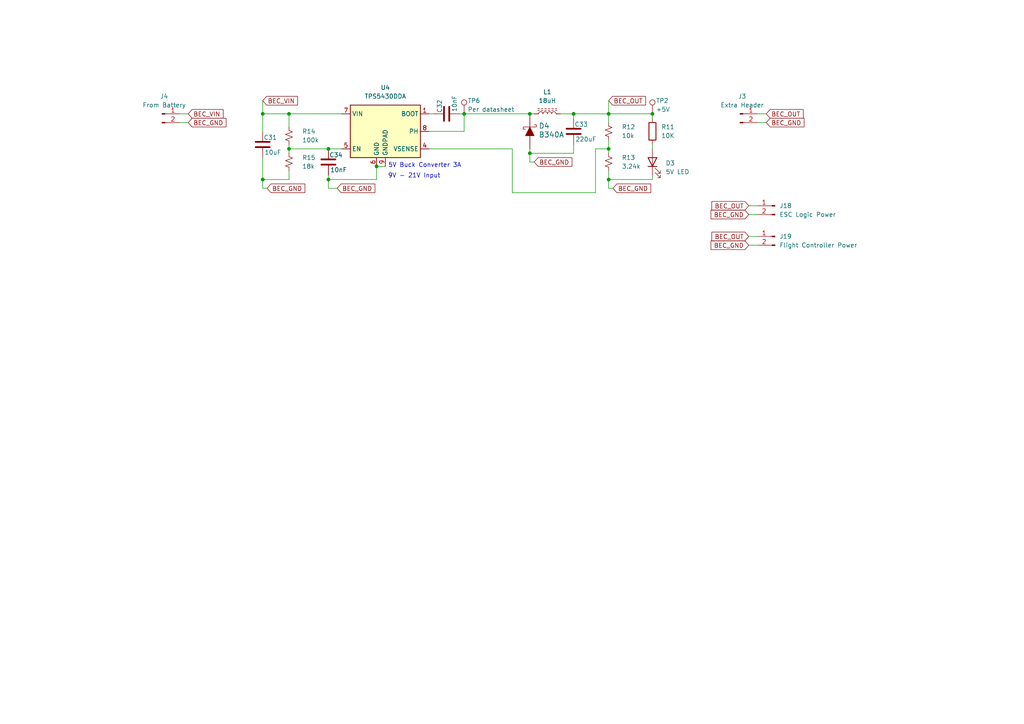
<source format=kicad_sch>
(kicad_sch (version 20250114) (generator "eeschema") (generator_version "9.0")
  (paper "A4")
  (lib_symbols
    (symbol "Connector:Conn_01x02_Pin" (pin_names (offset 1.016) (hide yes))
      (property "Reference" "J" (at 0 2.54 0))
      (property "Value" "Conn_01x02_Pin" (at 0 -5.08 0))
      (symbol "Conn_01x02_Pin_1_1"
        (rectangle (start 0.8636 0.127) (end 0 -0.127) (stroke (width 0.1524)) (fill (type outline)))
        (rectangle (start 0.8636 -2.413) (end 0 -2.667) (stroke (width 0.1524)) (fill (type outline)))
        (polyline (pts (xy 1.27 0) (xy 0.8636 0)) (stroke (width 0.1524)))
        (polyline (pts (xy 1.27 -2.54) (xy 0.8636 -2.54)) (stroke (width 0.1524)))
        (pin passive line (at 5.08 0 180) (length 3.81) (name "Pin_1") (number "1"))
        (pin passive line (at 5.08 -2.54 180) (length 3.81) (name "Pin_2") (number "2"))
      )
    )
    (symbol "Connector:TestPoint" (pin_numbers (hide yes)) (pin_names (offset 0.762) (hide yes))
      (property "Reference" "TP" (at 0 6.858 0))
      (property "Value" "TestPoint" (at 0 5.08 0))
      (symbol "TestPoint_0_1"
        (circle (center 0 3.302) (radius 0.762))
      )
      (symbol "TestPoint_1_1"
        (pin passive line (at 0 0 90) (length 2.54) (name "1") (number "1"))
      )
    )
    (symbol "Device:C" (pin_numbers (hide yes)) (pin_names (offset 0.254))
      (property "Reference" "C" (at 0.635 2.54 0))
      (property "Value" "C" (at 0.635 -2.54 0))
      (symbol "C_0_1"
        (polyline (pts (xy -2.032 0.762) (xy 2.032 0.762)) (stroke (width 0.508)))
        (polyline (pts (xy -2.032 -0.762) (xy 2.032 -0.762)) (stroke (width 0.508)))
      )
      (symbol "C_1_1"
        (pin passive line (at 0 3.81 270) (length 2.794) (name "~") (number "1"))
        (pin passive line (at 0 -3.81 90) (length 2.794) (name "~") (number "2"))
      )
    )
    (symbol "Device:LED" (pin_numbers (hide yes)) (pin_names (offset 1.016) (hide yes))
      (property "Reference" "D" (at 0 2.54 0))
      (property "Value" "LED" (at 0 -2.54 0))
      (symbol "LED_0_1"
        (polyline (pts (xy -3.048 -0.762) (xy -4.572 -2.286) (xy -3.81 -2.286) (xy -4.572 -2.286) (xy -4.572 -1.524)))
        (polyline (pts (xy -1.778 -0.762) (xy -3.302 -2.286) (xy -2.54 -2.286) (xy -3.302 -2.286) (xy -3.302 -1.524)))
        (polyline (pts (xy -1.27 0) (xy 1.27 0)))
        (polyline (pts (xy -1.27 -1.27) (xy -1.27 1.27)) (stroke (width 0.254)))
        (polyline (pts (xy 1.27 -1.27) (xy 1.27 1.27) (xy -1.27 0) (xy 1.27 -1.27)) (stroke (width 0.254)))
      )
      (symbol "LED_1_1"
        (pin passive line (at -3.81 0 0) (length 2.54) (name "K") (number "1"))
        (pin passive line (at 3.81 0 180) (length 2.54) (name "A") (number "2"))
      )
    )
    (symbol "Device:L_Ferrite" (pin_numbers (hide yes)) (pin_names (offset 1.016) (hide yes))
      (property "Reference" "L" (at -1.27 0 90))
      (property "Value" "L_Ferrite" (at 2.794 0 90))
      (symbol "L_Ferrite_0_1"
        (arc (start 0 2.54) (mid 0.6323 1.905) (end 0 1.27))
        (arc (start 0 1.27) (mid 0.6323 0.635) (end 0 0))
        (arc (start 0 0) (mid 0.6323 -0.635) (end 0 -1.27))
        (arc (start 0 -1.27) (mid 0.6323 -1.905) (end 0 -2.54))
        (polyline (pts (xy 1.016 2.286) (xy 1.016 2.794)))
        (polyline (pts (xy 1.016 1.27) (xy 1.016 1.778)))
        (polyline (pts (xy 1.016 0.254) (xy 1.016 0.762)))
        (polyline (pts (xy 1.016 -0.762) (xy 1.016 -0.254)))
        (polyline (pts (xy 1.016 -1.778) (xy 1.016 -1.27)))
        (polyline (pts (xy 1.016 -2.794) (xy 1.016 -2.286)))
        (polyline (pts (xy 1.524 2.794) (xy 1.524 2.286)))
        (polyline (pts (xy 1.524 1.778) (xy 1.524 1.27)))
        (polyline (pts (xy 1.524 0.762) (xy 1.524 0.254)))
        (polyline (pts (xy 1.524 -0.254) (xy 1.524 -0.762)))
        (polyline (pts (xy 1.524 -1.27) (xy 1.524 -1.778)))
        (polyline (pts (xy 1.524 -2.286) (xy 1.524 -2.794)))
      )
      (symbol "L_Ferrite_1_1"
        (pin passive line (at 0 3.81 270) (length 1.27) (name "1") (number "1"))
        (pin passive line (at 0 -3.81 90) (length 1.27) (name "2") (number "2"))
      )
    )
    (symbol "Device:R" (pin_numbers (hide yes)) (pin_names (offset 0))
      (property "Reference" "R" (at 2.032 0 90))
      (property "Value" "R" (at 0 0 90))
      (symbol "R_0_1"
        (rectangle (start -1.016 -2.54) (end 1.016 2.54) (stroke (width 0.254)))
      )
      (symbol "R_1_1"
        (pin passive line (at 0 3.81 270) (length 1.27) (name "~") (number "1"))
        (pin passive line (at 0 -3.81 90) (length 1.27) (name "~") (number "2"))
      )
    )
    (symbol "Device:R_Small_US" (pin_numbers (hide yes)) (pin_names (offset 0.254) (hide yes))
      (property "Reference" "R" (at 0.762 0.508 0))
      (property "Value" "R_Small_US" (at 0.762 -1.016 0))
      (symbol "R_Small_US_1_1"
        (polyline (pts (xy 0 1.524) (xy 1.016 1.143) (xy 0 0.762) (xy -1.016 0.381) (xy 0 0)))
        (polyline (pts (xy 0 0) (xy 1.016 -0.381) (xy 0 -0.762) (xy -1.016 -1.143) (xy 0 -1.524)))
        (pin passive line (at 0 2.54 270) (length 1.016) (name "~") (number "1"))
        (pin passive line (at 0 -2.54 90) (length 1.016) (name "~") (number "2"))
      )
    )
    (symbol "Regulator_Switching:TPS5430DDA"
      (property "Reference" "U" (at -10.16 8.89 0))
      (property "Value" "TPS5430DDA" (at -1.27 8.89 0))
      (symbol "TPS5430DDA_0_1"
        (rectangle (start -10.16 7.62) (end 10.16 -7.62) (stroke (width 0.254)) (fill (type background)))
      )
      (symbol "TPS5430DDA_1_1"
        (pin power_in line (at -12.7 5.08 0) (length 2.54) (name "VIN") (number "7"))
        (pin input line (at -12.7 -5.08 0) (length 2.54) (name "EN") (number "5"))
        (pin no_connect line (at -10.16 2.54 0) (length 2.54) (hide yes) (name "NC") (number "2"))
        (pin no_connect line (at -10.16 -2.54 0) (length 2.54) (hide yes) (name "NC") (number "3"))
        (pin power_in line (at -2.54 -10.16 90) (length 2.54) (name "GND") (number "6"))
        (pin power_in line (at 0 -10.16 90) (length 2.54) (name "GNDPAD") (number "9"))
        (pin input line (at 12.7 5.08 180) (length 2.54) (name "BOOT") (number "1"))
        (pin output line (at 12.7 0 180) (length 2.54) (name "PH") (number "8"))
        (pin input line (at 12.7 -5.08 180) (length 2.54) (name "VSENSE") (number "4"))
      )
    )
    (symbol "dk_Diodes-Rectifiers-Single:B340A-13-F" (pin_numbers (hide yes)) (pin_names (offset 0) (hide yes))
      (property "Reference" "D" (at 0 2.54 0))
      (property "Value" "B340A-13-F" (at 0 -3.81 0))
      (symbol "B340A-13-F_0_1"
        (polyline (pts (xy -1.27 1.27) (xy -1.27 -1.27) (xy 1.27 0) (xy -1.27 1.27)) (fill (type outline)))
        (polyline (pts (xy 1.27 1.27) (xy 1.27 -1.27)))
        (polyline (pts (xy 1.27 1.27) (xy 1.27 1.905) (xy 0.635 1.905) (xy 0.635 1.27)))
        (polyline (pts (xy 1.27 -1.27) (xy 1.27 -1.905) (xy 1.905 -1.905) (xy 1.905 -1.27)))
      )
      (symbol "B340A-13-F_1_1"
        (pin passive line (at -5.08 0 0) (length 3.81) (name "~") (number "A"))
        (pin passive line (at 5.08 0 180) (length 3.81) (name "~") (number "K"))
      )
    )
  )
  (text "9V - 21V Input" (at 120.142 51.054 0) (effects (font (size 1.27 1.27))))
  (text "5V Buck Converter 3A" (at 123.19 48.006 0) (effects (font (size 1.27 1.27))))
  (junction (at 153.67 33.02))
  (junction (at 176.53 52.07))
  (junction (at 189.23 33.02))
  (junction (at 95.25 43.18))
  (junction (at 176.53 43.18))
  (junction (at 76.2 33.02))
  (junction (at 95.25 52.07))
  (junction (at 83.82 43.18))
  (junction (at 153.67 44.45))
  (junction (at 109.22 48.26))
  (junction (at 76.2 52.07))
  (junction (at 134.62 33.02))
  (junction (at 83.82 33.02))
  (junction (at 166.37 33.02))
  (junction (at 176.53 33.02))
  (wire (pts (xy 124.46 38.1) (xy 134.62 38.1)))
  (wire (pts (xy 189.23 34.29) (xy 189.23 33.02)))
  (wire (pts (xy 166.37 41.91) (xy 166.37 44.45)))
  (wire (pts (xy 76.2 52.07) (xy 83.82 52.07)))
  (wire (pts (xy 172.72 43.18) (xy 176.53 43.18)))
  (wire (pts (xy 219.71 35.56) (xy 222.25 35.56)))
  (wire (pts (xy 124.46 33.02) (xy 125.73 33.02)))
  (wire (pts (xy 95.25 52.07) (xy 109.22 52.07)))
  (wire (pts (xy 153.67 44.45) (xy 166.37 44.45)))
  (wire (pts (xy 83.82 43.18) (xy 83.82 44.45)))
  (wire (pts (xy 77.47 54.61) (xy 76.2 54.61)))
  (wire (pts (xy 153.67 46.99) (xy 153.67 44.45)))
  (wire (pts (xy 154.94 46.99) (xy 153.67 46.99)))
  (wire (pts (xy 54.61 33.02) (xy 52.07 33.02)))
  (wire (pts (xy 83.82 41.91) (xy 83.82 43.18)))
  (wire (pts (xy 217.17 68.58) (xy 219.71 68.58)))
  (wire (pts (xy 76.2 54.61) (xy 76.2 52.07)))
  (wire (pts (xy 148.59 55.88) (xy 172.72 55.88)))
  (wire (pts (xy 176.53 54.61) (xy 176.53 52.07)))
  (wire (pts (xy 95.25 50.8) (xy 95.25 52.07)))
  (wire (pts (xy 109.22 48.26) (xy 109.22 52.07)))
  (wire (pts (xy 134.62 33.02) (xy 133.35 33.02)))
  (wire (pts (xy 176.53 49.53) (xy 176.53 52.07)))
  (wire (pts (xy 95.25 43.18) (xy 99.06 43.18)))
  (wire (pts (xy 95.25 54.61) (xy 95.25 52.07)))
  (wire (pts (xy 109.22 48.26) (xy 111.76 48.26)))
  (wire (pts (xy 162.56 33.02) (xy 166.37 33.02)))
  (wire (pts (xy 217.17 71.12) (xy 219.71 71.12)))
  (wire (pts (xy 172.72 55.88) (xy 172.72 43.18)))
  (wire (pts (xy 222.25 33.02) (xy 219.71 33.02)))
  (wire (pts (xy 217.17 62.23) (xy 219.71 62.23)))
  (wire (pts (xy 124.46 43.18) (xy 148.59 43.18)))
  (wire (pts (xy 153.67 33.02) (xy 154.94 33.02)))
  (wire (pts (xy 153.67 44.45) (xy 153.67 43.18)))
  (wire (pts (xy 189.23 50.8) (xy 189.23 52.07)))
  (wire (pts (xy 177.8 54.61) (xy 176.53 54.61)))
  (wire (pts (xy 76.2 33.02) (xy 76.2 38.1)))
  (wire (pts (xy 76.2 29.21) (xy 76.2 33.02)))
  (wire (pts (xy 83.82 33.02) (xy 99.06 33.02)))
  (wire (pts (xy 176.53 52.07) (xy 189.23 52.07)))
  (wire (pts (xy 148.59 43.18) (xy 148.59 55.88)))
  (wire (pts (xy 166.37 34.29) (xy 166.37 33.02)))
  (wire (pts (xy 176.53 43.18) (xy 176.53 44.45)))
  (wire (pts (xy 83.82 43.18) (xy 95.25 43.18)))
  (wire (pts (xy 83.82 49.53) (xy 83.82 52.07)))
  (wire (pts (xy 52.07 35.56) (xy 54.61 35.56)))
  (wire (pts (xy 217.17 59.69) (xy 219.71 59.69)))
  (wire (pts (xy 176.53 33.02) (xy 176.53 35.56)))
  (wire (pts (xy 97.79 54.61) (xy 95.25 54.61)))
  (wire (pts (xy 176.53 40.64) (xy 176.53 43.18)))
  (wire (pts (xy 134.62 38.1) (xy 134.62 33.02)))
  (wire (pts (xy 176.53 29.21) (xy 176.53 33.02)))
  (wire (pts (xy 189.23 33.02) (xy 176.53 33.02)))
  (wire (pts (xy 134.62 33.02) (xy 153.67 33.02)))
  (wire (pts (xy 189.23 41.91) (xy 189.23 43.18)))
  (wire (pts (xy 176.53 33.02) (xy 166.37 33.02)))
  (wire (pts (xy 83.82 33.02) (xy 76.2 33.02)))
  (wire (pts (xy 76.2 45.72) (xy 76.2 52.07)))
  (wire (pts (xy 83.82 33.02) (xy 83.82 36.83)))
  (global_label "BEC_GND" (shape input) (at 154.94 46.99 0) (property "Intersheetrefs" "${INTERSHEET_REFS}" (effects (hide yes))))
  (global_label "BEC_GND" (shape input) (at 217.17 71.12 180) (property "Intersheetrefs" "${INTERSHEET_REFS}" (effects (hide yes))))
  (global_label "BEC_OUT" (shape input) (at 217.17 59.69 180) (property "Intersheetrefs" "${INTERSHEET_REFS}" (effects (hide yes))))
  (global_label "BEC_GND" (shape input) (at 177.8 54.61 0) (property "Intersheetrefs" "${INTERSHEET_REFS}" (effects (hide yes))))
  (global_label "BEC_GND" (shape input) (at 217.17 62.23 180) (property "Intersheetrefs" "${INTERSHEET_REFS}" (effects (hide yes))))
  (global_label "BEC_VIN" (shape input) (at 54.61 33.02 0) (property "Intersheetrefs" "${INTERSHEET_REFS}" (effects (hide yes))))
  (global_label "BEC_GND" (shape input) (at 222.25 35.56 0) (property "Intersheetrefs" "${INTERSHEET_REFS}" (effects (hide yes))))
  (global_label "BEC_GND" (shape input) (at 54.61 35.56 0) (property "Intersheetrefs" "${INTERSHEET_REFS}" (effects (hide yes))))
  (global_label "BEC_OUT" (shape input) (at 217.17 68.58 180) (property "Intersheetrefs" "${INTERSHEET_REFS}" (effects (hide yes))))
  (global_label "BEC_GND" (shape input) (at 77.47 54.61 0) (property "Intersheetrefs" "${INTERSHEET_REFS}" (effects (hide yes))))
  (global_label "BEC_OUT" (shape input) (at 222.25 33.02 0) (property "Intersheetrefs" "${INTERSHEET_REFS}" (effects (hide yes))))
  (global_label "BEC_GND" (shape input) (at 97.79 54.61 0) (property "Intersheetrefs" "${INTERSHEET_REFS}" (effects (hide yes))))
  (global_label "BEC_VIN" (shape input) (at 76.2 29.21 0) (property "Intersheetrefs" "${INTERSHEET_REFS}" (effects (hide yes))))
  (global_label "BEC_OUT" (shape input) (at 176.53 29.21 0) (property "Intersheetrefs" "${INTERSHEET_REFS}" (effects (hide yes))))
  (symbol (lib_id "Device:L_Ferrite") (at 158.75 33.02 90) (unit 1)
    (property "Reference" "L1" (at 158.75 26.67 90))
    (property "Value" "18uH" (at 158.75 29.21 90))
    (property "Footprint" "Inductor_SMD:L_Taiyo-Yuden_NR-50xx_HandSoldering" (effects (hide yes)))
    (property "Description" "Inductor with ferrite core" (effects (hide yes)))
  )
  (symbol (lib_id "Device:R_Small_US") (at 176.53 38.1 0) (unit 1)
    (property "Reference" "R12" (at 180.34 36.8299 0) (effects (justify left)))
    (property "Value" "10k" (at 180.34 39.3699 0) (effects (justify left)))
    (property "Footprint" "Resistor_SMD:R_0603_1608Metric_Pad0.98x0.95mm_HandSolder" (effects (hide yes)))
    (property "Description" "Resistor, small US symbol" (effects (hide yes)))
  )
  (symbol (lib_id "Connector:Conn_01x02_Pin") (at 46.99 33.02 0) (unit 1)
    (property "Reference" "J4" (at 47.625 27.94 0))
    (property "Value" "From Battery" (at 47.625 30.48 0))
    (property "Footprint" "Connector_Hirose:Hirose_DF13-02P-1.25DS_1x02_P1.25mm_Horizontal" (effects (hide yes)))
    (property "Description" "Generic connector, single row, 01x02, script generated" (effects (hide yes)))
  )
  (symbol (lib_id "Device:C") (at 129.54 33.02 90) (unit 1)
    (property "Reference" "C32" (at 127.508 32.766 0) (effects (justify left)))
    (property "Value" "10nF" (at 131.826 32.512 0) (effects (justify left)))
    (property "Footprint" "Capacitor_SMD:C_0603_1608Metric_Pad1.08x0.95mm_HandSolder" (effects (hide yes)))
    (property "Description" "Unpolarized capacitor" (effects (hide yes)))
  )
  (symbol (lib_id "Device:R_Small_US") (at 176.53 46.99 0) (unit 1)
    (property "Reference" "R13" (at 180.34 45.7199 0) (effects (justify left)))
    (property "Value" "3.24k" (at 180.34 48.2599 0) (effects (justify left)))
    (property "Footprint" "Resistor_SMD:R_0603_1608Metric_Pad0.98x0.95mm_HandSolder" (effects (hide yes)))
    (property "Description" "Resistor, small US symbol" (effects (hide yes)))
  )
  (symbol (lib_id "Regulator_Switching:TPS5430DDA") (at 111.76 38.1 0) (unit 1)
    (property "Reference" "U4" (at 111.76 25.4 0))
    (property "Value" "TPS5430DDA" (at 111.76 27.94 0))
    (property "Footprint" "Package_SO:TI_SO-PowerPAD-8_ThermalVias" (effects (hide yes)))
    (property "Datasheet" "http://www.ti.com/lit/ds/symlink/tps5430.pdf" (effects (hide yes)))
    (property "Description" "3A, Step Down Swift Converter, Adjustable Output Voltage, 5.5-36V Input Voltage, PowerSO-8" (effects (hide yes)))
  )
  (symbol (lib_id "Connector:Conn_01x02_Pin") (at 224.79 68.58 0) (mirror y) (unit 1)
    (property "Reference" "J19" (at 226.06 68.5799 0) (effects (justify right)))
    (property "Value" "Flight Controller Power" (at 226.06 71.1199 0) (effects (justify right)))
    (property "Footprint" "Connector_Hirose:Hirose_DF13-02P-1.25DS_1x02_P1.25mm_Horizontal" (effects (hide yes)))
    (property "Description" "Generic connector, single row, 01x02, script generated" (effects (hide yes)))
  )
  (symbol (lib_id "Connector:Conn_01x02_Pin") (at 214.63 33.02 0) (unit 1)
    (property "Reference" "J3" (at 215.265 27.94 0))
    (property "Value" "Extra Header" (at 215.265 30.48 0))
    (property "Footprint" "Connector_PinHeader_2.54mm:PinHeader_1x02_P2.54mm_Vertical" (effects (hide yes)))
    (property "Description" "Generic connector, single row, 01x02, script generated" (effects (hide yes)))
  )
  (symbol (lib_id "Device:R_Small_US") (at 83.82 39.37 0) (unit 1)
    (property "Reference" "R14" (at 87.63 38.0999 0) (effects (justify left)))
    (property "Value" "100k" (at 87.63 40.6399 0) (effects (justify left)))
    (property "Footprint" "Resistor_SMD:R_0805_2012Metric_Pad1.20x1.40mm_HandSolder" (effects (hide yes)))
    (property "Description" "Resistor, small US symbol" (effects (hide yes)))
  )
  (symbol (lib_id "Device:LED") (at 189.23 46.99 90) (unit 1)
    (property "Reference" "D3" (at 193.04 47.3074 90) (effects (justify right)))
    (property "Value" "5V LED" (at 193.04 49.8474 90) (effects (justify right)))
    (property "Footprint" "LED_SMD:LED_0805_2012Metric_Pad1.15x1.40mm_HandSolder" (effects (hide yes)))
    (property "Description" "Light emitting diode" (effects (hide yes)))
    (property "Sim.Pins" "1=K 2=A" (effects (hide yes)))
  )
  (symbol (lib_id "Device:C") (at 95.25 46.99 0) (unit 1)
    (property "Reference" "C34" (at 95.504 44.958 0) (effects (justify left)))
    (property "Value" "10nF" (at 95.758 49.276 0) (effects (justify left)))
    (property "Footprint" "Capacitor_SMD:C_0603_1608Metric_Pad1.08x0.95mm_HandSolder" (effects (hide yes)))
    (property "Description" "Unpolarized capacitor" (effects (hide yes)))
  )
  (symbol (lib_id "Connector:Conn_01x02_Pin") (at 224.79 59.69 0) (mirror y) (unit 1)
    (property "Reference" "J18" (at 226.06 59.6899 0) (effects (justify right)))
    (property "Value" "ESC Logic Power" (at 226.06 62.2299 0) (effects (justify right)))
    (property "Footprint" "Connector_Hirose:Hirose_DF13-02P-1.25DS_1x02_P1.25mm_Horizontal" (effects (hide yes)))
    (property "Description" "Generic connector, single row, 01x02, script generated" (effects (hide yes)))
  )
  (symbol (lib_id "Device:C") (at 166.37 38.1 0) (unit 1)
    (property "Reference" "C33" (at 166.624 36.068 0) (effects (justify left)))
    (property "Value" "220uF" (at 166.878 40.386 0) (effects (justify left)))
    (property "Footprint" "Capacitor_SMD:C_1206_3216Metric_Pad1.33x1.80mm_HandSolder" (effects (hide yes)))
    (property "Description" "Unpolarized capacitor" (effects (hide yes)))
  )
  (symbol (lib_id "Device:R_Small_US") (at 83.82 46.99 0) (unit 1)
    (property "Reference" "R15" (at 87.63 45.7199 0) (effects (justify left)))
    (property "Value" "18k" (at 87.63 48.2599 0) (effects (justify left)))
    (property "Footprint" "Resistor_SMD:R_0805_2012Metric_Pad1.20x1.40mm_HandSolder" (effects (hide yes)))
    (property "Description" "Resistor, small US symbol" (effects (hide yes)))
  )
  (symbol (lib_id "Device:R") (at 189.23 38.1 0) (unit 1)
    (property "Reference" "R11" (at 191.77 36.8299 0) (effects (justify left)))
    (property "Value" "10K" (at 191.77 39.3699 0) (effects (justify left)))
    (property "Footprint" "Resistor_SMD:R_0603_1608Metric_Pad0.98x0.95mm_HandSolder" (effects (hide yes)))
    (property "Description" "Resistor" (effects (hide yes)))
  )
  (symbol (lib_id "dk_Diodes-Rectifiers-Single:B340A-13-F") (at 153.67 38.1 90) (unit 1)
    (property "Reference" "D4" (at 156.21 36.5124 90) (effects (font (size 1.524 1.524)) (justify right)))
    (property "Value" "B340A" (at 156.21 39.0524 90) (effects (font (size 1.524 1.524)) (justify right)))
    (property "Footprint" "digikey-footprints:DO-214AC" (effects (hide yes)))
    (property "Datasheet" "https://www.diodes.com/assets/Datasheets/ds30891.pdf" (effects (hide yes)))
    (property "Description" "DIODE SCHOTTKY 40V 3A SMA" (effects (hide yes)))
    (property "Digi-Key_PN" "B340A-FDICT-ND" (effects (hide yes)))
    (property "MPN" "B340A-13-F" (effects (hide yes)))
    (property "Category" "Discrete Semiconductor Products" (effects (hide yes)))
    (property "Family" "Diodes - Rectifiers - Single" (effects (hide yes)))
    (property "DK_Datasheet_Link" "https://www.diodes.com/assets/Datasheets/ds30891.pdf" (effects (hide yes)))
    (property "DK_Detail_Page" "/product-detail/en/diodes-incorporated/B340A-13-F/B340A-FDICT-ND/725054" (effects (hide yes)))
    (property "Description_1" "DIODE SCHOTTKY 40V 3A SMA" (effects (hide yes)))
    (property "Manufacturer" "Diodes Incorporated" (effects (hide yes)))
    (property "Status" "Active" (effects (hide yes)))
  )
  (symbol (lib_id "Device:C") (at 76.2 41.91 0) (unit 1)
    (property "Reference" "C31" (at 76.454 39.878 0) (effects (justify left)))
    (property "Value" "10uF" (at 76.708 44.196 0) (effects (justify left)))
    (property "Footprint" "Capacitor_SMD:C_1206_3216Metric_Pad1.33x1.80mm_HandSolder" (effects (hide yes)))
    (property "Description" "Unpolarized capacitor" (effects (hide yes)))
  )
  (symbol (lib_id "Connector:TestPoint") (at 189.23 33.02 0) (unit 1)
    (property "Reference" "TP2" (at 190.246 29.21 0) (effects (justify left)))
    (property "Value" "+5V" (at 190.246 31.75 0) (effects (justify left)))
    (property "Footprint" "TestPoint:TestPoint_Pad_1.0x1.0mm" (effects (hide yes)))
    (property "Description" "test point" (effects (hide yes)))
  )
  (symbol (lib_id "Connector:TestPoint") (at 134.62 33.02 0) (unit 1)
    (property "Reference" "TP6" (at 135.636 29.21 0) (effects (justify left)))
    (property "Value" "Per datasheet" (at 135.636 31.75 0) (effects (justify left)))
    (property "Footprint" "TestPoint:TestPoint_Pad_1.0x1.0mm" (effects (hide yes)))
    (property "Description" "test point" (effects (hide yes)))
  )
)
</source>
